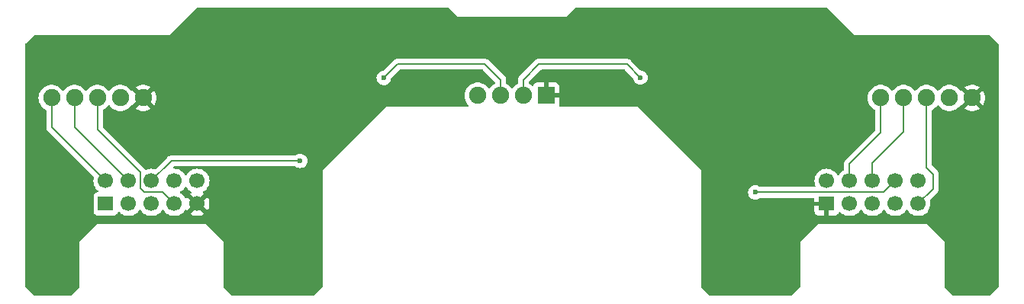
<source format=gtl>
G04 #@! TF.GenerationSoftware,KiCad,Pcbnew,8.0.7*
G04 #@! TF.CreationDate,2025-01-25T19:39:47+00:00*
G04 #@! TF.ProjectId,NB3_eyes,4e42335f-6579-4657-932e-6b696361645f,0.0.1*
G04 #@! TF.SameCoordinates,PX9d6ebcaPY67ee71d*
G04 #@! TF.FileFunction,Copper,L1,Top*
G04 #@! TF.FilePolarity,Positive*
%FSLAX46Y46*%
G04 Gerber Fmt 4.6, Leading zero omitted, Abs format (unit mm)*
G04 Created by KiCad (PCBNEW 8.0.7) date 2025-01-25 19:39:47*
%MOMM*%
%LPD*%
G01*
G04 APERTURE LIST*
G04 #@! TA.AperFunction,ComponentPad*
%ADD10R,1.900000X1.900000*%
G04 #@! TD*
G04 #@! TA.AperFunction,ComponentPad*
%ADD11C,1.900000*%
G04 #@! TD*
G04 #@! TA.AperFunction,ComponentPad*
%ADD12R,1.700000X1.574803*%
G04 #@! TD*
G04 #@! TA.AperFunction,ComponentPad*
%ADD13C,1.700000*%
G04 #@! TD*
G04 #@! TA.AperFunction,ViaPad*
%ADD14C,0.600000*%
G04 #@! TD*
G04 #@! TA.AperFunction,Conductor*
%ADD15C,0.200000*%
G04 #@! TD*
G04 APERTURE END LIST*
D10*
X3810021Y23261512D03*
D11*
X1270016Y23261512D03*
X-1269990Y23261512D03*
X-3809995Y23261512D03*
D12*
X34919990Y11229997D03*
D13*
X34919990Y13770003D03*
X37459995Y11229997D03*
X37459995Y13770003D03*
X40000000Y11229997D03*
X40000000Y13770003D03*
X42540005Y11229997D03*
X42540005Y13770003D03*
X45080010Y11229997D03*
X45080010Y13770003D03*
D12*
X-45080010Y11229997D03*
D13*
X-45080010Y13770003D03*
X-42540005Y11229997D03*
X-42540005Y13770003D03*
X-40000000Y11229997D03*
X-40000000Y13770003D03*
X-37459995Y11229997D03*
X-37459995Y13770003D03*
X-34919990Y11229997D03*
X-34919990Y13770003D03*
D11*
X51080010Y23000000D03*
X48540005Y23000000D03*
X46000000Y23000000D03*
X43459995Y23000000D03*
X40919990Y23000000D03*
X-51080010Y23000000D03*
X-48540005Y23000000D03*
X-46000000Y23000000D03*
X-43459995Y23000000D03*
X-40919990Y23000000D03*
D14*
X-23500000Y16000000D03*
X-14218750Y25218750D03*
X14250000Y25250000D03*
X27000000Y12500000D03*
D15*
X-1269990Y23261512D02*
X-1269990Y25019990D01*
X-1269990Y25019990D02*
X-3000000Y26750000D01*
X-3000000Y26750000D02*
X-12687500Y26750000D01*
X-12687500Y26750000D02*
X-14218750Y25218750D01*
X14250000Y25250000D02*
X12750000Y26750000D01*
X12750000Y26750000D02*
X3000000Y26750000D01*
X3000000Y26750000D02*
X1270016Y25020016D01*
X1270016Y25020016D02*
X1270016Y23261512D01*
X42540005Y13770003D02*
X41270002Y12500000D01*
X41270002Y12500000D02*
X27000000Y12500000D01*
X-23437500Y16000000D02*
X-23500000Y16000000D01*
X-23500000Y16000000D02*
X-37770003Y16000000D01*
X-37770003Y16000000D02*
X-40000000Y13770003D01*
X40919990Y23000000D02*
X40919990Y19169990D01*
X40919990Y19169990D02*
X37459995Y15709995D01*
X37459995Y15709995D02*
X37459995Y13770003D01*
X43459995Y19209995D02*
X40000000Y15750000D01*
X43459995Y23000000D02*
X43459995Y19209995D01*
X40000000Y15750000D02*
X40000000Y13770003D01*
X46000000Y23000000D02*
X46000000Y15250000D01*
X46000000Y15250000D02*
X46750000Y14500000D01*
X46750000Y14500000D02*
X46750000Y12899987D01*
X46750000Y12899987D02*
X45080010Y11229997D01*
X-46000000Y23000000D02*
X-46000000Y19500000D01*
X-41250000Y13000000D02*
X-40770002Y12520002D01*
X-46000000Y19500000D02*
X-41250000Y14750000D01*
X-41250000Y14750000D02*
X-41250000Y13000000D01*
X-40770002Y12520002D02*
X-38750000Y12520002D01*
X-38750000Y12520002D02*
X-37459995Y11229997D01*
X-48540005Y23000000D02*
X-48540005Y19770003D01*
X-48540005Y19770003D02*
X-42540005Y13770003D01*
X-51080010Y23000000D02*
X-51080010Y19770003D01*
X-51080010Y19770003D02*
X-45080010Y13770003D01*
G04 #@! TA.AperFunction,Conductor*
G36*
X-36105138Y13103461D02*
G01*
X-36088418Y13084165D01*
X-35958485Y12898602D01*
X-35791391Y12731508D01*
X-35648256Y12631284D01*
X-35605391Y12601269D01*
X-35561766Y12546692D01*
X-35554574Y12477193D01*
X-35586096Y12414839D01*
X-35605392Y12398119D01*
X-35681363Y12344925D01*
X-35681364Y12344924D01*
X-35090235Y11753796D01*
X-35132287Y11742527D01*
X-35257706Y11670117D01*
X-35360110Y11567713D01*
X-35432520Y11442294D01*
X-35443788Y11400242D01*
X-36034917Y11991371D01*
X-36034918Y11991370D01*
X-36088112Y11915399D01*
X-36142689Y11871774D01*
X-36212187Y11864580D01*
X-36274542Y11896103D01*
X-36291262Y11915399D01*
X-36421501Y12101400D01*
X-36588593Y12268491D01*
X-36588600Y12268496D01*
X-36774157Y12398425D01*
X-36817782Y12453002D01*
X-36824975Y12522500D01*
X-36793453Y12584855D01*
X-36774157Y12601575D01*
X-36731729Y12631284D01*
X-36588594Y12731508D01*
X-36421500Y12898602D01*
X-36291567Y13084167D01*
X-36236991Y13127790D01*
X-36167493Y13134984D01*
X-36105138Y13103461D01*
G37*
G04 #@! TD.AperFunction*
G04 #@! TA.AperFunction,Conductor*
G36*
X-6984323Y32980315D02*
G01*
X-6963681Y32963681D01*
X-6000000Y32000000D01*
X6000000Y32000000D01*
X6963681Y32963681D01*
X7025004Y32997166D01*
X7051362Y33000000D01*
X34948638Y33000000D01*
X35015677Y32980315D01*
X35036319Y32963681D01*
X38000000Y30000000D01*
X52948638Y30000000D01*
X53015677Y29980315D01*
X53036319Y29963681D01*
X53963681Y29036319D01*
X53997166Y28974996D01*
X54000000Y28948638D01*
X54000000Y2051362D01*
X53980315Y1984323D01*
X53963681Y1963681D01*
X53036319Y1036319D01*
X52974996Y1002834D01*
X52948638Y1000000D01*
X49051362Y1000000D01*
X48984323Y1019685D01*
X48963681Y1036319D01*
X48036319Y1963681D01*
X48002834Y2025004D01*
X48000000Y2051362D01*
X48000000Y7000000D01*
X46000000Y9000000D01*
X34000000Y9000000D01*
X33999999Y9000000D01*
X32000000Y7000001D01*
X32000000Y2051362D01*
X31980315Y1984323D01*
X31963681Y1963681D01*
X31036319Y1036319D01*
X30974996Y1002834D01*
X30948638Y1000000D01*
X22051362Y1000000D01*
X21984323Y1019685D01*
X21963681Y1036319D01*
X21036319Y1963681D01*
X21002834Y2025004D01*
X21000000Y2051362D01*
X21000000Y12500004D01*
X26194435Y12500004D01*
X26194435Y12499997D01*
X26214630Y12320751D01*
X26214631Y12320746D01*
X26274211Y12150477D01*
X26343954Y12039482D01*
X26370184Y11997738D01*
X26497738Y11870184D01*
X26588080Y11813418D01*
X26648426Y11775500D01*
X26650478Y11774211D01*
X26741026Y11742527D01*
X26820745Y11714632D01*
X26820750Y11714631D01*
X26999996Y11694435D01*
X27000000Y11694435D01*
X27000004Y11694435D01*
X27179249Y11714631D01*
X27179252Y11714632D01*
X27179255Y11714632D01*
X27349522Y11774211D01*
X27502262Y11870184D01*
X27502267Y11870190D01*
X27505097Y11872445D01*
X27507275Y11873335D01*
X27508158Y11873889D01*
X27508255Y11873735D01*
X27569783Y11898855D01*
X27582412Y11899500D01*
X33445990Y11899500D01*
X33513029Y11879815D01*
X33558784Y11827011D01*
X33569990Y11775500D01*
X33569990Y11479997D01*
X34429228Y11479997D01*
X34407460Y11442294D01*
X34369977Y11302408D01*
X34369977Y11157586D01*
X34407460Y11017700D01*
X34429228Y10979997D01*
X33569990Y10979997D01*
X33569990Y10394751D01*
X33576391Y10335223D01*
X33576393Y10335216D01*
X33626635Y10200509D01*
X33626639Y10200502D01*
X33712799Y10085408D01*
X33712802Y10085405D01*
X33827896Y9999245D01*
X33827903Y9999241D01*
X33962610Y9948999D01*
X33962617Y9948997D01*
X34022145Y9942596D01*
X34022162Y9942595D01*
X34669990Y9942595D01*
X34669990Y10739235D01*
X34707693Y10717467D01*
X34847579Y10679984D01*
X34992401Y10679984D01*
X35132287Y10717467D01*
X35169990Y10739235D01*
X35169990Y9942595D01*
X35817818Y9942595D01*
X35817834Y9942596D01*
X35877362Y9948997D01*
X35877369Y9948999D01*
X36012076Y9999241D01*
X36012083Y9999245D01*
X36127177Y10085405D01*
X36127180Y10085408D01*
X36213340Y10200502D01*
X36213345Y10200511D01*
X36245408Y10286476D01*
X36287279Y10342410D01*
X36352743Y10366828D01*
X36421016Y10351977D01*
X36449271Y10330825D01*
X36588594Y10191502D01*
X36685379Y10123732D01*
X36782160Y10055965D01*
X36782162Y10055964D01*
X36782165Y10055962D01*
X36996332Y9956094D01*
X36996338Y9956093D01*
X36996339Y9956092D01*
X37046708Y9942596D01*
X37224587Y9894934D01*
X37412913Y9878458D01*
X37459994Y9874338D01*
X37459995Y9874338D01*
X37459996Y9874338D01*
X37499229Y9877771D01*
X37695403Y9894934D01*
X37923658Y9956094D01*
X38137825Y10055962D01*
X38331396Y10191502D01*
X38498490Y10358596D01*
X38628423Y10544161D01*
X38682999Y10587784D01*
X38752497Y10594978D01*
X38814852Y10563455D01*
X38831572Y10544159D01*
X38961505Y10358596D01*
X39128599Y10191502D01*
X39225384Y10123732D01*
X39322165Y10055965D01*
X39322167Y10055964D01*
X39322170Y10055962D01*
X39536337Y9956094D01*
X39536343Y9956093D01*
X39536344Y9956092D01*
X39586713Y9942596D01*
X39764592Y9894934D01*
X39952918Y9878458D01*
X39999999Y9874338D01*
X40000000Y9874338D01*
X40000001Y9874338D01*
X40039234Y9877771D01*
X40235408Y9894934D01*
X40463663Y9956094D01*
X40677830Y10055962D01*
X40871401Y10191502D01*
X41038495Y10358596D01*
X41168428Y10544161D01*
X41223004Y10587784D01*
X41292502Y10594978D01*
X41354857Y10563455D01*
X41371577Y10544159D01*
X41501510Y10358596D01*
X41668604Y10191502D01*
X41765389Y10123732D01*
X41862170Y10055965D01*
X41862172Y10055964D01*
X41862175Y10055962D01*
X42076342Y9956094D01*
X42076348Y9956093D01*
X42076349Y9956092D01*
X42126718Y9942596D01*
X42304597Y9894934D01*
X42492923Y9878458D01*
X42540004Y9874338D01*
X42540005Y9874338D01*
X42540006Y9874338D01*
X42579239Y9877771D01*
X42775413Y9894934D01*
X43003668Y9956094D01*
X43217835Y10055962D01*
X43411406Y10191502D01*
X43578500Y10358596D01*
X43708433Y10544161D01*
X43763009Y10587784D01*
X43832507Y10594978D01*
X43894862Y10563455D01*
X43911582Y10544159D01*
X44041515Y10358596D01*
X44208609Y10191502D01*
X44305394Y10123732D01*
X44402175Y10055965D01*
X44402177Y10055964D01*
X44402180Y10055962D01*
X44616347Y9956094D01*
X44616353Y9956093D01*
X44616354Y9956092D01*
X44666723Y9942596D01*
X44844602Y9894934D01*
X45032928Y9878458D01*
X45080009Y9874338D01*
X45080010Y9874338D01*
X45080011Y9874338D01*
X45119244Y9877771D01*
X45315418Y9894934D01*
X45543673Y9956094D01*
X45757840Y10055962D01*
X45951411Y10191502D01*
X46118505Y10358596D01*
X46254045Y10552167D01*
X46353913Y10766334D01*
X46415073Y10994589D01*
X46435669Y11229997D01*
X46415073Y11465405D01*
X46380681Y11593758D01*
X46382344Y11663604D01*
X46412773Y11713527D01*
X47230520Y12531271D01*
X47309577Y12668203D01*
X47350501Y12820930D01*
X47350501Y12979045D01*
X47350501Y12986640D01*
X47350500Y12986658D01*
X47350500Y14579055D01*
X47350500Y14579057D01*
X47320053Y14692686D01*
X47309577Y14731785D01*
X47266259Y14806814D01*
X47230520Y14868716D01*
X47118716Y14980520D01*
X47118715Y14980521D01*
X47114385Y14984851D01*
X47114374Y14984861D01*
X46636819Y15462416D01*
X46603334Y15523739D01*
X46600500Y15550097D01*
X46600500Y21601805D01*
X46620185Y21668844D01*
X46665483Y21710860D01*
X46796067Y21781528D01*
X46796611Y21781951D01*
X46948922Y21900500D01*
X46985764Y21929175D01*
X47148571Y22106031D01*
X47166193Y22133004D01*
X47219336Y22178361D01*
X47288567Y22187786D01*
X47351904Y22158287D01*
X47373808Y22133010D01*
X47391434Y22106031D01*
X47554241Y21929175D01*
X47554244Y21929173D01*
X47554247Y21929170D01*
X47743929Y21781534D01*
X47743935Y21781530D01*
X47743938Y21781528D01*
X47874521Y21710860D01*
X47952159Y21668844D01*
X47955349Y21667118D01*
X47955352Y21667117D01*
X48182704Y21589067D01*
X48182706Y21589067D01*
X48182708Y21589066D01*
X48419813Y21549500D01*
X48419814Y21549500D01*
X48660196Y21549500D01*
X48660197Y21549500D01*
X48897302Y21589066D01*
X49124661Y21667118D01*
X49336072Y21781528D01*
X49336616Y21781951D01*
X49488927Y21900500D01*
X49525769Y21929175D01*
X49688576Y22106031D01*
X49706496Y22133461D01*
X49759641Y22178818D01*
X49828872Y22188243D01*
X49871354Y22168457D01*
X49892698Y22166243D01*
X50556211Y22829756D01*
X50567480Y22787703D01*
X50639890Y22662284D01*
X50742294Y22559880D01*
X50867713Y22487470D01*
X50909764Y22476203D01*
X50245582Y21812021D01*
X50284218Y21781949D01*
X50495554Y21667579D01*
X50495560Y21667577D01*
X50722833Y21589554D01*
X50959861Y21550000D01*
X51200159Y21550000D01*
X51437186Y21589554D01*
X51664459Y21667577D01*
X51664465Y21667579D01*
X51875804Y21781951D01*
X51875805Y21781952D01*
X51914436Y21812020D01*
X51914437Y21812021D01*
X51250255Y22476203D01*
X51292307Y22487470D01*
X51417726Y22559880D01*
X51520130Y22662284D01*
X51592540Y22787703D01*
X51603807Y22829756D01*
X52267320Y22166243D01*
X52359616Y22307510D01*
X52456144Y22527572D01*
X52515135Y22760524D01*
X52534979Y22999995D01*
X52534979Y23000006D01*
X52515135Y23239477D01*
X52456144Y23472429D01*
X52359618Y23692486D01*
X52267320Y23833759D01*
X51603807Y23170246D01*
X51592540Y23212297D01*
X51520130Y23337716D01*
X51417726Y23440120D01*
X51292307Y23512530D01*
X51250253Y23523799D01*
X51914436Y24187981D01*
X51914436Y24187983D01*
X51875811Y24218046D01*
X51875805Y24218050D01*
X51664465Y24332422D01*
X51664459Y24332424D01*
X51437186Y24410447D01*
X51200159Y24450000D01*
X50959861Y24450000D01*
X50722833Y24410447D01*
X50495560Y24332424D01*
X50495554Y24332422D01*
X50284219Y24218052D01*
X50245581Y24187981D01*
X50909764Y23523798D01*
X50867713Y23512530D01*
X50742294Y23440120D01*
X50639890Y23337716D01*
X50567480Y23212297D01*
X50556212Y23170245D01*
X49892698Y23833759D01*
X49873349Y23831752D01*
X49860961Y23821180D01*
X49791729Y23811760D01*
X49728395Y23841265D01*
X49706497Y23866539D01*
X49688577Y23893967D01*
X49688576Y23893969D01*
X49525769Y24070825D01*
X49525764Y24070829D01*
X49525762Y24070831D01*
X49336080Y24218467D01*
X49336074Y24218471D01*
X49124662Y24332882D01*
X49124657Y24332884D01*
X48897305Y24410934D01*
X48696542Y24444435D01*
X48660197Y24450500D01*
X48419813Y24450500D01*
X48383468Y24444435D01*
X48182704Y24410934D01*
X47955352Y24332884D01*
X47955347Y24332882D01*
X47743935Y24218471D01*
X47743929Y24218467D01*
X47554247Y24070831D01*
X47554244Y24070828D01*
X47391433Y23893969D01*
X47373810Y23866994D01*
X47320663Y23821638D01*
X47251431Y23812215D01*
X47188096Y23841718D01*
X47166194Y23866995D01*
X47148572Y23893967D01*
X47148571Y23893969D01*
X46985764Y24070825D01*
X46985759Y24070829D01*
X46985757Y24070831D01*
X46796075Y24218467D01*
X46796069Y24218471D01*
X46584657Y24332882D01*
X46584652Y24332884D01*
X46357300Y24410934D01*
X46156537Y24444435D01*
X46120192Y24450500D01*
X45879808Y24450500D01*
X45843463Y24444435D01*
X45642699Y24410934D01*
X45415347Y24332884D01*
X45415342Y24332882D01*
X45203930Y24218471D01*
X45203924Y24218467D01*
X45014242Y24070831D01*
X45014239Y24070828D01*
X44851428Y23893969D01*
X44833805Y23866994D01*
X44780658Y23821638D01*
X44711426Y23812215D01*
X44648091Y23841718D01*
X44626189Y23866995D01*
X44608567Y23893967D01*
X44608566Y23893969D01*
X44445759Y24070825D01*
X44445754Y24070829D01*
X44445752Y24070831D01*
X44256070Y24218467D01*
X44256064Y24218471D01*
X44044652Y24332882D01*
X44044647Y24332884D01*
X43817295Y24410934D01*
X43616532Y24444435D01*
X43580187Y24450500D01*
X43339803Y24450500D01*
X43303458Y24444435D01*
X43102694Y24410934D01*
X42875342Y24332884D01*
X42875337Y24332882D01*
X42663925Y24218471D01*
X42663919Y24218467D01*
X42474237Y24070831D01*
X42474234Y24070828D01*
X42311423Y23893969D01*
X42293800Y23866994D01*
X42240653Y23821638D01*
X42171421Y23812215D01*
X42108086Y23841718D01*
X42086184Y23866995D01*
X42068562Y23893967D01*
X42068561Y23893969D01*
X41905754Y24070825D01*
X41905749Y24070829D01*
X41905747Y24070831D01*
X41716065Y24218467D01*
X41716059Y24218471D01*
X41504647Y24332882D01*
X41504642Y24332884D01*
X41277290Y24410934D01*
X41076527Y24444435D01*
X41040182Y24450500D01*
X40799798Y24450500D01*
X40763453Y24444435D01*
X40562689Y24410934D01*
X40335337Y24332884D01*
X40335332Y24332882D01*
X40123920Y24218471D01*
X40123914Y24218467D01*
X39934232Y24070831D01*
X39934229Y24070828D01*
X39771420Y23893971D01*
X39771417Y23893967D01*
X39639941Y23692730D01*
X39543379Y23472590D01*
X39484369Y23239560D01*
X39464519Y23000006D01*
X39464519Y22999995D01*
X39484369Y22760441D01*
X39543379Y22527411D01*
X39639941Y22307271D01*
X39753798Y22133002D01*
X39771419Y22106031D01*
X39934226Y21929175D01*
X39934229Y21929173D01*
X39934232Y21929170D01*
X40123914Y21781534D01*
X40123925Y21781527D01*
X40254507Y21710860D01*
X40304098Y21661641D01*
X40319490Y21601805D01*
X40319490Y19470088D01*
X40299805Y19403049D01*
X40283171Y19382407D01*
X36979476Y16078713D01*
X36979470Y16078705D01*
X36934032Y16000002D01*
X36934032Y16000001D01*
X36900418Y15941781D01*
X36900418Y15941780D01*
X36859494Y15789052D01*
X36859494Y15789050D01*
X36859494Y15620949D01*
X36859495Y15620936D01*
X36859495Y15059095D01*
X36839810Y14992056D01*
X36787909Y14946717D01*
X36782168Y14944040D01*
X36782164Y14944038D01*
X36588592Y14808498D01*
X36421500Y14641406D01*
X36291567Y14455841D01*
X36236990Y14412216D01*
X36167492Y14405023D01*
X36105137Y14436545D01*
X36088417Y14455841D01*
X35958484Y14641406D01*
X35791392Y14808497D01*
X35791385Y14808502D01*
X35597824Y14944036D01*
X35597820Y14944038D01*
X35519580Y14980522D01*
X35383653Y15043906D01*
X35383649Y15043907D01*
X35383645Y15043909D01*
X35155403Y15105065D01*
X35155393Y15105067D01*
X34919991Y15125662D01*
X34919989Y15125662D01*
X34684586Y15105067D01*
X34684576Y15105065D01*
X34456334Y15043909D01*
X34456325Y15043905D01*
X34242161Y14944039D01*
X34242159Y14944038D01*
X34048587Y14808498D01*
X33881495Y14641406D01*
X33745955Y14447834D01*
X33745954Y14447832D01*
X33646088Y14233668D01*
X33646084Y14233659D01*
X33584928Y14005417D01*
X33584926Y14005407D01*
X33564331Y13770004D01*
X33564331Y13770003D01*
X33584926Y13534600D01*
X33584928Y13534590D01*
X33646084Y13306348D01*
X33646086Y13306344D01*
X33646087Y13306340D01*
X33659813Y13276905D01*
X33670305Y13207827D01*
X33641785Y13144043D01*
X33583309Y13105804D01*
X33547431Y13100500D01*
X27582412Y13100500D01*
X27515373Y13120185D01*
X27505097Y13127555D01*
X27502263Y13129815D01*
X27502262Y13129816D01*
X27445496Y13165485D01*
X27349523Y13225789D01*
X27179254Y13285369D01*
X27179249Y13285370D01*
X27000004Y13305565D01*
X26999996Y13305565D01*
X26820750Y13285370D01*
X26820745Y13285369D01*
X26650476Y13225789D01*
X26497737Y13129816D01*
X26370184Y13002263D01*
X26274211Y12849524D01*
X26214631Y12679255D01*
X26214630Y12679250D01*
X26194435Y12500004D01*
X21000000Y12500004D01*
X21000000Y15000000D01*
X14000000Y22000000D01*
X13577816Y22000000D01*
X13570187Y22000500D01*
X13565892Y22000500D01*
X5356261Y22000500D01*
X5289222Y22020185D01*
X5243467Y22072989D01*
X5233523Y22142147D01*
X5240079Y22167833D01*
X5253617Y22204133D01*
X5253619Y22204140D01*
X5260020Y22263668D01*
X5260021Y22263685D01*
X5260021Y23011512D01*
X4410037Y23011512D01*
X4435054Y23071910D01*
X4460034Y23197491D01*
X4460034Y23325533D01*
X4435054Y23451114D01*
X4410037Y23511512D01*
X5260021Y23511512D01*
X5260021Y24259340D01*
X5260020Y24259357D01*
X5253619Y24318885D01*
X5253617Y24318892D01*
X5203375Y24453599D01*
X5203371Y24453606D01*
X5117211Y24568700D01*
X5117208Y24568703D01*
X5002114Y24654863D01*
X5002107Y24654867D01*
X4867400Y24705109D01*
X4867393Y24705111D01*
X4807865Y24711512D01*
X4060021Y24711512D01*
X4060021Y23861528D01*
X3999623Y23886545D01*
X3874042Y23911525D01*
X3746000Y23911525D01*
X3620419Y23886545D01*
X3560021Y23861528D01*
X3560021Y24711512D01*
X2812176Y24711512D01*
X2752648Y24705111D01*
X2752641Y24705109D01*
X2617934Y24654867D01*
X2617927Y24654863D01*
X2502833Y24568703D01*
X2502830Y24568700D01*
X2416670Y24453606D01*
X2416666Y24453598D01*
X2404450Y24420847D01*
X2362577Y24364914D01*
X2297112Y24340499D01*
X2228840Y24355352D01*
X2212107Y24366330D01*
X2066091Y24479979D01*
X2066076Y24479989D01*
X1935498Y24550655D01*
X1885907Y24599874D01*
X1870516Y24659709D01*
X1870516Y24719919D01*
X1890201Y24786958D01*
X1906835Y24807600D01*
X3212416Y26113181D01*
X3273739Y26146666D01*
X3300097Y26149500D01*
X12449903Y26149500D01*
X12516942Y26129815D01*
X12537584Y26113181D01*
X13419298Y25231467D01*
X13452783Y25170144D01*
X13454837Y25157670D01*
X13464630Y25070751D01*
X13524210Y24900479D01*
X13595540Y24786958D01*
X13620184Y24747738D01*
X13747738Y24620184D01*
X13900478Y24524211D01*
X14026886Y24479979D01*
X14070745Y24464632D01*
X14070750Y24464631D01*
X14249996Y24444435D01*
X14250000Y24444435D01*
X14250004Y24444435D01*
X14429249Y24464631D01*
X14429252Y24464632D01*
X14429255Y24464632D01*
X14599522Y24524211D01*
X14752262Y24620184D01*
X14879816Y24747738D01*
X14975789Y24900478D01*
X15035368Y25070745D01*
X15046499Y25169535D01*
X15055565Y25249997D01*
X15055565Y25250004D01*
X15035369Y25429250D01*
X15035368Y25429255D01*
X14975788Y25599524D01*
X14936582Y25661920D01*
X14879816Y25752262D01*
X14752262Y25879816D01*
X14649256Y25944539D01*
X14599521Y25975790D01*
X14429249Y26035370D01*
X14342330Y26045163D01*
X14277916Y26072230D01*
X14268533Y26080702D01*
X13237590Y27111645D01*
X13237588Y27111648D01*
X13118717Y27230519D01*
X13118716Y27230520D01*
X13031904Y27280640D01*
X13031904Y27280641D01*
X13031900Y27280642D01*
X12981785Y27309577D01*
X12829057Y27350501D01*
X12670943Y27350501D01*
X12663347Y27350501D01*
X12663331Y27350500D01*
X3086669Y27350500D01*
X3086653Y27350501D01*
X3079057Y27350501D01*
X2920943Y27350501D01*
X2813587Y27321735D01*
X2768210Y27309576D01*
X2768209Y27309575D01*
X2718096Y27280641D01*
X2718095Y27280640D01*
X2674689Y27255580D01*
X2631285Y27230521D01*
X2631282Y27230519D01*
X789497Y25388734D01*
X789495Y25388731D01*
X755045Y25329060D01*
X755044Y25329058D01*
X710439Y25251802D01*
X704990Y25231467D01*
X669515Y25099073D01*
X669515Y25099071D01*
X669515Y24930970D01*
X669516Y24930957D01*
X669516Y24659709D01*
X649831Y24592670D01*
X604534Y24550655D01*
X473955Y24479989D01*
X473940Y24479979D01*
X284258Y24332343D01*
X284255Y24332340D01*
X284252Y24332338D01*
X284252Y24332337D01*
X121445Y24155481D01*
X103821Y24128505D01*
X50674Y24083149D01*
X-18558Y24073726D01*
X-81893Y24103229D01*
X-103795Y24128505D01*
X-121419Y24155481D01*
X-284226Y24332337D01*
X-284231Y24332341D01*
X-284233Y24332343D01*
X-473915Y24479979D01*
X-473930Y24479989D01*
X-604508Y24550655D01*
X-654099Y24599874D01*
X-669490Y24659709D01*
X-669490Y24930930D01*
X-669489Y24930943D01*
X-669489Y25099046D01*
X-669489Y25099047D01*
X-710413Y25251774D01*
X-710429Y25251802D01*
X-789466Y25388700D01*
X-789472Y25388708D01*
X-2512410Y27111645D01*
X-2512412Y27111648D01*
X-2631283Y27230519D01*
X-2631284Y27230520D01*
X-2718096Y27280640D01*
X-2718096Y27280641D01*
X-2718100Y27280642D01*
X-2768215Y27309577D01*
X-2920943Y27350501D01*
X-3079057Y27350501D01*
X-3086653Y27350501D01*
X-3086669Y27350500D01*
X-12600830Y27350500D01*
X-12600846Y27350501D01*
X-12608442Y27350501D01*
X-12766557Y27350501D01*
X-12842921Y27330039D01*
X-12919286Y27309577D01*
X-12919291Y27309574D01*
X-13056210Y27230525D01*
X-13056218Y27230519D01*
X-14237285Y26049452D01*
X-14298608Y26015967D01*
X-14311082Y26013913D01*
X-14398000Y26004120D01*
X-14568272Y25944540D01*
X-14721013Y25848566D01*
X-14848566Y25721013D01*
X-14944539Y25568274D01*
X-15004119Y25398005D01*
X-15004120Y25398000D01*
X-15024315Y25218754D01*
X-15024315Y25218747D01*
X-15004120Y25039501D01*
X-15004119Y25039496D01*
X-14944539Y24869227D01*
X-14868202Y24747738D01*
X-14848566Y24716488D01*
X-14721012Y24588934D01*
X-14568272Y24492961D01*
X-14429593Y24444435D01*
X-14398005Y24433382D01*
X-14398000Y24433381D01*
X-14218754Y24413185D01*
X-14218750Y24413185D01*
X-14218746Y24413185D01*
X-14039501Y24433381D01*
X-14039498Y24433382D01*
X-14039495Y24433382D01*
X-13869228Y24492961D01*
X-13716488Y24588934D01*
X-13588934Y24716488D01*
X-13492961Y24869228D01*
X-13433382Y25039495D01*
X-13423589Y25126421D01*
X-13396524Y25190832D01*
X-13388060Y25200207D01*
X-12475083Y26113181D01*
X-12413760Y26146666D01*
X-12387402Y26149500D01*
X-3300097Y26149500D01*
X-3233058Y26129815D01*
X-3212416Y26113181D01*
X-1906809Y24807574D01*
X-1873324Y24746251D01*
X-1870490Y24719893D01*
X-1870490Y24659709D01*
X-1890175Y24592670D01*
X-1935472Y24550655D01*
X-2066051Y24479989D01*
X-2066066Y24479979D01*
X-2255748Y24332343D01*
X-2255751Y24332340D01*
X-2418562Y24155481D01*
X-2436185Y24128506D01*
X-2489332Y24083150D01*
X-2558564Y24073727D01*
X-2621899Y24103230D01*
X-2643801Y24128507D01*
X-2661423Y24155479D01*
X-2661424Y24155481D01*
X-2824231Y24332337D01*
X-2824236Y24332341D01*
X-2824238Y24332343D01*
X-3013920Y24479979D01*
X-3013926Y24479983D01*
X-3225338Y24594394D01*
X-3225343Y24594396D01*
X-3452695Y24672446D01*
X-3648448Y24705111D01*
X-3689803Y24712012D01*
X-3930187Y24712012D01*
X-3971542Y24705111D01*
X-4167296Y24672446D01*
X-4394648Y24594396D01*
X-4394653Y24594394D01*
X-4606065Y24479983D01*
X-4606071Y24479979D01*
X-4795753Y24332343D01*
X-4795756Y24332340D01*
X-4958565Y24155483D01*
X-4958568Y24155479D01*
X-5090044Y23954242D01*
X-5186606Y23734102D01*
X-5245616Y23501072D01*
X-5265466Y23261518D01*
X-5265466Y23261512D01*
X-5245616Y23021953D01*
X-5186606Y22788923D01*
X-5090044Y22568783D01*
X-4976190Y22394518D01*
X-4958566Y22367543D01*
X-4862943Y22263668D01*
X-4812141Y22208483D01*
X-4781219Y22145828D01*
X-4789079Y22076402D01*
X-4833226Y22022247D01*
X-4899644Y22000556D01*
X-4903371Y22000500D01*
X-13570188Y22000500D01*
X-13577817Y22000000D01*
X-14000001Y22000000D01*
X-21000000Y15000001D01*
X-21000000Y2051362D01*
X-21019685Y1984323D01*
X-21036319Y1963681D01*
X-21963681Y1036319D01*
X-22025004Y1002834D01*
X-22051362Y1000000D01*
X-30948638Y1000000D01*
X-31015677Y1019685D01*
X-31036319Y1036319D01*
X-31963681Y1963681D01*
X-31997166Y2025004D01*
X-32000000Y2051362D01*
X-32000000Y7000000D01*
X-34000000Y9000000D01*
X-46000000Y9000000D01*
X-46000001Y9000000D01*
X-48000000Y7000001D01*
X-48000000Y2051362D01*
X-48019685Y1984323D01*
X-48036319Y1963681D01*
X-48963681Y1036319D01*
X-49025004Y1002834D01*
X-49051362Y1000000D01*
X-52948638Y1000000D01*
X-53015677Y1019685D01*
X-53036319Y1036319D01*
X-53963681Y1963681D01*
X-53997166Y2025004D01*
X-54000000Y2051362D01*
X-54000000Y23000006D01*
X-52535481Y23000006D01*
X-52535481Y22999995D01*
X-52515631Y22760441D01*
X-52456621Y22527411D01*
X-52360059Y22307271D01*
X-52246202Y22133002D01*
X-52228581Y22106031D01*
X-52065774Y21929175D01*
X-52065771Y21929173D01*
X-52065768Y21929170D01*
X-51876086Y21781534D01*
X-51876075Y21781527D01*
X-51745493Y21710860D01*
X-51695902Y21661641D01*
X-51680510Y21601805D01*
X-51680510Y19856673D01*
X-51680511Y19856655D01*
X-51680511Y19690949D01*
X-51680512Y19690949D01*
X-51680511Y19690946D01*
X-51639587Y19538218D01*
X-51623349Y19510093D01*
X-51610652Y19488103D01*
X-51610651Y19488099D01*
X-51610650Y19488099D01*
X-51560531Y19401289D01*
X-51560529Y19401286D01*
X-51441661Y19282418D01*
X-51441655Y19282413D01*
X-46412777Y14253535D01*
X-46379292Y14192212D01*
X-46380683Y14133762D01*
X-46415071Y14005420D01*
X-46415074Y14005407D01*
X-46435669Y13770004D01*
X-46435669Y13770003D01*
X-46415074Y13534600D01*
X-46415072Y13534590D01*
X-46353916Y13306348D01*
X-46353914Y13306344D01*
X-46353913Y13306340D01*
X-46267107Y13120185D01*
X-46254045Y13092173D01*
X-46254043Y13092169D01*
X-46191089Y13002262D01*
X-46118509Y12898607D01*
X-46118504Y12898601D01*
X-45947583Y12727680D01*
X-45948457Y12726807D01*
X-45913102Y12673667D01*
X-45911994Y12603806D01*
X-45948831Y12544436D01*
X-46011918Y12514407D01*
X-46018252Y12513560D01*
X-46037491Y12511492D01*
X-46172339Y12461197D01*
X-46172346Y12461193D01*
X-46287555Y12374947D01*
X-46287558Y12374944D01*
X-46373804Y12259735D01*
X-46373808Y12259728D01*
X-46424102Y12124882D01*
X-46430509Y12065283D01*
X-46430510Y12065264D01*
X-46430510Y10394725D01*
X-46430509Y10394719D01*
X-46424102Y10335112D01*
X-46373808Y10200267D01*
X-46373804Y10200260D01*
X-46287558Y10085051D01*
X-46287555Y10085048D01*
X-46172346Y9998802D01*
X-46172339Y9998798D01*
X-46037493Y9948504D01*
X-46037494Y9948504D01*
X-46030566Y9947760D01*
X-45977883Y9942095D01*
X-44182138Y9942096D01*
X-44122527Y9948504D01*
X-43987679Y9998799D01*
X-43872464Y10085049D01*
X-43786214Y10200264D01*
X-43786122Y10200509D01*
X-43754204Y10286088D01*
X-43712334Y10342022D01*
X-43646870Y10366440D01*
X-43578597Y10351589D01*
X-43550341Y10330437D01*
X-43411406Y10191502D01*
X-43314621Y10123732D01*
X-43217840Y10055965D01*
X-43217838Y10055964D01*
X-43217835Y10055962D01*
X-43003668Y9956094D01*
X-43003662Y9956093D01*
X-43003661Y9956092D01*
X-42953292Y9942596D01*
X-42775413Y9894934D01*
X-42587087Y9878458D01*
X-42540006Y9874338D01*
X-42540005Y9874338D01*
X-42540004Y9874338D01*
X-42500771Y9877771D01*
X-42304597Y9894934D01*
X-42076342Y9956094D01*
X-41862175Y10055962D01*
X-41668604Y10191502D01*
X-41501510Y10358596D01*
X-41371577Y10544161D01*
X-41317001Y10587784D01*
X-41247503Y10594978D01*
X-41185148Y10563455D01*
X-41168428Y10544159D01*
X-41038495Y10358596D01*
X-40871401Y10191502D01*
X-40774616Y10123732D01*
X-40677835Y10055965D01*
X-40677833Y10055964D01*
X-40677830Y10055962D01*
X-40463663Y9956094D01*
X-40463657Y9956093D01*
X-40463656Y9956092D01*
X-40413287Y9942596D01*
X-40235408Y9894934D01*
X-40047082Y9878458D01*
X-40000001Y9874338D01*
X-40000000Y9874338D01*
X-39999999Y9874338D01*
X-39960766Y9877771D01*
X-39764592Y9894934D01*
X-39536337Y9956094D01*
X-39322170Y10055962D01*
X-39128599Y10191502D01*
X-38961505Y10358596D01*
X-38831572Y10544161D01*
X-38776996Y10587784D01*
X-38707498Y10594978D01*
X-38645143Y10563455D01*
X-38628423Y10544159D01*
X-38498490Y10358596D01*
X-38331396Y10191502D01*
X-38234611Y10123732D01*
X-38137830Y10055965D01*
X-38137828Y10055964D01*
X-38137825Y10055962D01*
X-37923658Y9956094D01*
X-37923652Y9956093D01*
X-37923651Y9956092D01*
X-37873282Y9942596D01*
X-37695403Y9894934D01*
X-37507077Y9878458D01*
X-37459996Y9874338D01*
X-37459995Y9874338D01*
X-37459994Y9874338D01*
X-37420761Y9877771D01*
X-37224587Y9894934D01*
X-36996332Y9956094D01*
X-36782165Y10055962D01*
X-36588594Y10191502D01*
X-36421500Y10358596D01*
X-36291261Y10544597D01*
X-36236686Y10588220D01*
X-36167188Y10595414D01*
X-36104833Y10563891D01*
X-36088114Y10544596D01*
X-36034918Y10468625D01*
X-36034917Y10468625D01*
X-35443789Y11059753D01*
X-35432520Y11017700D01*
X-35360110Y10892281D01*
X-35257706Y10789877D01*
X-35132287Y10717467D01*
X-35090235Y10706199D01*
X-35681364Y10115071D01*
X-35597573Y10056399D01*
X-35597569Y10056397D01*
X-35383483Y9956568D01*
X-35383474Y9956564D01*
X-35155317Y9895430D01*
X-35155306Y9895428D01*
X-34919992Y9874840D01*
X-34919988Y9874840D01*
X-34684675Y9895428D01*
X-34684664Y9895430D01*
X-34456507Y9956564D01*
X-34456498Y9956568D01*
X-34242410Y10056398D01*
X-34158619Y10115072D01*
X-34749746Y10706199D01*
X-34707693Y10717467D01*
X-34582274Y10789877D01*
X-34479870Y10892281D01*
X-34407460Y11017700D01*
X-34396192Y11059753D01*
X-33805065Y10468626D01*
X-33746391Y10552417D01*
X-33646561Y10766505D01*
X-33646557Y10766514D01*
X-33585423Y10994671D01*
X-33585421Y10994682D01*
X-33564833Y11229997D01*
X-33564833Y11229999D01*
X-33585421Y11465313D01*
X-33585423Y11465324D01*
X-33646557Y11693481D01*
X-33646561Y11693490D01*
X-33746389Y11907573D01*
X-33805065Y11991371D01*
X-34396193Y11400243D01*
X-34407460Y11442294D01*
X-34479870Y11567713D01*
X-34582274Y11670117D01*
X-34707693Y11742527D01*
X-34749746Y11753796D01*
X-34158618Y12344924D01*
X-34234590Y12398120D01*
X-34278215Y12452697D01*
X-34285407Y12522196D01*
X-34253885Y12584550D01*
X-34234594Y12601267D01*
X-34048589Y12731508D01*
X-33881495Y12898602D01*
X-33745955Y13092173D01*
X-33646087Y13306340D01*
X-33584927Y13534595D01*
X-33564331Y13770003D01*
X-33584927Y14005411D01*
X-33646087Y14233666D01*
X-33745955Y14447832D01*
X-33881495Y14641404D01*
X-33881496Y14641406D01*
X-34048588Y14808497D01*
X-34048595Y14808502D01*
X-34242156Y14944036D01*
X-34242160Y14944038D01*
X-34320400Y14980522D01*
X-34456327Y15043906D01*
X-34456331Y15043907D01*
X-34456335Y15043909D01*
X-34684577Y15105065D01*
X-34684587Y15105067D01*
X-34919989Y15125662D01*
X-34919991Y15125662D01*
X-35155394Y15105067D01*
X-35155404Y15105065D01*
X-35383646Y15043909D01*
X-35383655Y15043905D01*
X-35597819Y14944039D01*
X-35597821Y14944038D01*
X-35791393Y14808498D01*
X-35958485Y14641406D01*
X-36088418Y14455841D01*
X-36142995Y14412216D01*
X-36212493Y14405023D01*
X-36274848Y14436545D01*
X-36291568Y14455841D01*
X-36421501Y14641406D01*
X-36588593Y14808497D01*
X-36588600Y14808502D01*
X-36782161Y14944036D01*
X-36782165Y14944038D01*
X-36860405Y14980522D01*
X-36996332Y15043906D01*
X-36996336Y15043907D01*
X-36996340Y15043909D01*
X-37224582Y15105065D01*
X-37224592Y15105067D01*
X-37459994Y15125662D01*
X-37459999Y15125662D01*
X-37487847Y15123226D01*
X-37556347Y15136993D01*
X-37606529Y15185609D01*
X-37622462Y15253638D01*
X-37599086Y15319482D01*
X-37586344Y15334425D01*
X-37557585Y15363185D01*
X-37496262Y15396667D01*
X-37469906Y15399500D01*
X-24082412Y15399500D01*
X-24015373Y15379815D01*
X-24005097Y15372445D01*
X-24002264Y15370186D01*
X-24002262Y15370184D01*
X-23849522Y15274211D01*
X-23731842Y15233033D01*
X-23679255Y15214632D01*
X-23679250Y15214631D01*
X-23500004Y15194435D01*
X-23500000Y15194435D01*
X-23499996Y15194435D01*
X-23320751Y15214631D01*
X-23320748Y15214632D01*
X-23320745Y15214632D01*
X-23150478Y15274211D01*
X-22997738Y15370184D01*
X-22870184Y15497738D01*
X-22774211Y15650478D01*
X-22714632Y15820745D01*
X-22714631Y15820751D01*
X-22694435Y15999997D01*
X-22694435Y16000004D01*
X-22714631Y16179250D01*
X-22714632Y16179255D01*
X-22774212Y16349524D01*
X-22870185Y16502263D01*
X-22997738Y16629816D01*
X-23150477Y16725789D01*
X-23320746Y16785369D01*
X-23320751Y16785370D01*
X-23499996Y16805565D01*
X-23500004Y16805565D01*
X-23679250Y16785370D01*
X-23679255Y16785369D01*
X-23849524Y16725789D01*
X-24002264Y16629815D01*
X-24005097Y16627555D01*
X-24007276Y16626666D01*
X-24008158Y16626111D01*
X-24008256Y16626266D01*
X-24069783Y16601145D01*
X-24082412Y16600500D01*
X-37683334Y16600500D01*
X-37683350Y16600501D01*
X-37690946Y16600501D01*
X-37849060Y16600501D01*
X-37956416Y16571735D01*
X-38001793Y16559576D01*
X-38001794Y16559575D01*
X-38036937Y16539284D01*
X-38036939Y16539283D01*
X-38138713Y16480525D01*
X-38138721Y16480519D01*
X-38250525Y16368714D01*
X-39516470Y15102770D01*
X-39577793Y15069285D01*
X-39636244Y15070676D01*
X-39764587Y15105065D01*
X-39764597Y15105067D01*
X-39999999Y15125662D01*
X-40000001Y15125662D01*
X-40235404Y15105067D01*
X-40235414Y15105065D01*
X-40463656Y15043909D01*
X-40463670Y15043904D01*
X-40567603Y14995439D01*
X-40636680Y14984947D01*
X-40700464Y15013467D01*
X-40727394Y15045821D01*
X-40769478Y15118713D01*
X-40769479Y15118714D01*
X-40769480Y15118716D01*
X-40881284Y15230520D01*
X-40881285Y15230521D01*
X-40885615Y15234851D01*
X-40885626Y15234861D01*
X-45363181Y19712416D01*
X-45396666Y19773739D01*
X-45399500Y19800097D01*
X-45399500Y21601805D01*
X-45379815Y21668844D01*
X-45334517Y21710860D01*
X-45203933Y21781528D01*
X-45203389Y21781951D01*
X-45051078Y21900500D01*
X-45014236Y21929175D01*
X-44851429Y22106031D01*
X-44833807Y22133004D01*
X-44780664Y22178361D01*
X-44711433Y22187786D01*
X-44648096Y22158287D01*
X-44626192Y22133010D01*
X-44608566Y22106031D01*
X-44445759Y21929175D01*
X-44445756Y21929173D01*
X-44445753Y21929170D01*
X-44256071Y21781534D01*
X-44256065Y21781530D01*
X-44256062Y21781528D01*
X-44125479Y21710860D01*
X-44047841Y21668844D01*
X-44044651Y21667118D01*
X-44044648Y21667117D01*
X-43817296Y21589067D01*
X-43817294Y21589067D01*
X-43817292Y21589066D01*
X-43580187Y21549500D01*
X-43580186Y21549500D01*
X-43339804Y21549500D01*
X-43339803Y21549500D01*
X-43102698Y21589066D01*
X-42875339Y21667118D01*
X-42663928Y21781528D01*
X-42663384Y21781951D01*
X-42511073Y21900500D01*
X-42474231Y21929175D01*
X-42311424Y22106031D01*
X-42293504Y22133461D01*
X-42240359Y22178818D01*
X-42171128Y22188243D01*
X-42128646Y22168457D01*
X-42107302Y22166243D01*
X-41443789Y22829756D01*
X-41432520Y22787703D01*
X-41360110Y22662284D01*
X-41257706Y22559880D01*
X-41132287Y22487470D01*
X-41090236Y22476203D01*
X-41754418Y21812021D01*
X-41715782Y21781949D01*
X-41504446Y21667579D01*
X-41504440Y21667577D01*
X-41277167Y21589554D01*
X-41040139Y21550000D01*
X-40799841Y21550000D01*
X-40562814Y21589554D01*
X-40335541Y21667577D01*
X-40335535Y21667579D01*
X-40124196Y21781951D01*
X-40124195Y21781952D01*
X-40085564Y21812020D01*
X-40085563Y21812021D01*
X-40749745Y22476203D01*
X-40707693Y22487470D01*
X-40582274Y22559880D01*
X-40479870Y22662284D01*
X-40407460Y22787703D01*
X-40396193Y22829756D01*
X-39732680Y22166243D01*
X-39640384Y22307510D01*
X-39543856Y22527572D01*
X-39484865Y22760524D01*
X-39465021Y22999995D01*
X-39465021Y23000006D01*
X-39484865Y23239477D01*
X-39543856Y23472429D01*
X-39640382Y23692486D01*
X-39732680Y23833759D01*
X-40396193Y23170246D01*
X-40407460Y23212297D01*
X-40479870Y23337716D01*
X-40582274Y23440120D01*
X-40707693Y23512530D01*
X-40749747Y23523799D01*
X-40085564Y24187981D01*
X-40085564Y24187983D01*
X-40124189Y24218046D01*
X-40124195Y24218050D01*
X-40335535Y24332422D01*
X-40335541Y24332424D01*
X-40562814Y24410447D01*
X-40799841Y24450000D01*
X-41040139Y24450000D01*
X-41277167Y24410447D01*
X-41504440Y24332424D01*
X-41504446Y24332422D01*
X-41715781Y24218052D01*
X-41754419Y24187981D01*
X-41090236Y23523798D01*
X-41132287Y23512530D01*
X-41257706Y23440120D01*
X-41360110Y23337716D01*
X-41432520Y23212297D01*
X-41443788Y23170245D01*
X-42107302Y23833759D01*
X-42126651Y23831752D01*
X-42139039Y23821180D01*
X-42208271Y23811760D01*
X-42271605Y23841265D01*
X-42293503Y23866539D01*
X-42311423Y23893967D01*
X-42311424Y23893969D01*
X-42474231Y24070825D01*
X-42474236Y24070829D01*
X-42474238Y24070831D01*
X-42663920Y24218467D01*
X-42663926Y24218471D01*
X-42875338Y24332882D01*
X-42875343Y24332884D01*
X-43102695Y24410934D01*
X-43303458Y24444435D01*
X-43339803Y24450500D01*
X-43580187Y24450500D01*
X-43616532Y24444435D01*
X-43817296Y24410934D01*
X-44044648Y24332884D01*
X-44044653Y24332882D01*
X-44256065Y24218471D01*
X-44256071Y24218467D01*
X-44445753Y24070831D01*
X-44445756Y24070828D01*
X-44608567Y23893969D01*
X-44626190Y23866994D01*
X-44679337Y23821638D01*
X-44748569Y23812215D01*
X-44811904Y23841718D01*
X-44833806Y23866995D01*
X-44851428Y23893967D01*
X-44851429Y23893969D01*
X-45014236Y24070825D01*
X-45014241Y24070829D01*
X-45014243Y24070831D01*
X-45203925Y24218467D01*
X-45203931Y24218471D01*
X-45415343Y24332882D01*
X-45415348Y24332884D01*
X-45642700Y24410934D01*
X-45843463Y24444435D01*
X-45879808Y24450500D01*
X-46120192Y24450500D01*
X-46156537Y24444435D01*
X-46357301Y24410934D01*
X-46584653Y24332884D01*
X-46584658Y24332882D01*
X-46796070Y24218471D01*
X-46796076Y24218467D01*
X-46985758Y24070831D01*
X-46985761Y24070828D01*
X-47148572Y23893969D01*
X-47166195Y23866994D01*
X-47219342Y23821638D01*
X-47288574Y23812215D01*
X-47351909Y23841718D01*
X-47373811Y23866995D01*
X-47391433Y23893967D01*
X-47391434Y23893969D01*
X-47554241Y24070825D01*
X-47554246Y24070829D01*
X-47554248Y24070831D01*
X-47743930Y24218467D01*
X-47743936Y24218471D01*
X-47955348Y24332882D01*
X-47955353Y24332884D01*
X-48182705Y24410934D01*
X-48383468Y24444435D01*
X-48419813Y24450500D01*
X-48660197Y24450500D01*
X-48696542Y24444435D01*
X-48897306Y24410934D01*
X-49124658Y24332884D01*
X-49124663Y24332882D01*
X-49336075Y24218471D01*
X-49336081Y24218467D01*
X-49525763Y24070831D01*
X-49525766Y24070828D01*
X-49688577Y23893969D01*
X-49706200Y23866994D01*
X-49759347Y23821638D01*
X-49828579Y23812215D01*
X-49891914Y23841718D01*
X-49913816Y23866995D01*
X-49931438Y23893967D01*
X-49931439Y23893969D01*
X-50094246Y24070825D01*
X-50094251Y24070829D01*
X-50094253Y24070831D01*
X-50283935Y24218467D01*
X-50283941Y24218471D01*
X-50495353Y24332882D01*
X-50495358Y24332884D01*
X-50722710Y24410934D01*
X-50923473Y24444435D01*
X-50959818Y24450500D01*
X-51200202Y24450500D01*
X-51236547Y24444435D01*
X-51437311Y24410934D01*
X-51664663Y24332884D01*
X-51664668Y24332882D01*
X-51876080Y24218471D01*
X-51876086Y24218467D01*
X-52065768Y24070831D01*
X-52065771Y24070828D01*
X-52228580Y23893971D01*
X-52228583Y23893967D01*
X-52360059Y23692730D01*
X-52456621Y23472590D01*
X-52515631Y23239560D01*
X-52535481Y23000006D01*
X-54000000Y23000006D01*
X-54000000Y28948638D01*
X-53980315Y29015677D01*
X-53963681Y29036319D01*
X-53036319Y29963681D01*
X-52974996Y29997166D01*
X-52948638Y30000000D01*
X-38000000Y30000000D01*
X-35036319Y32963681D01*
X-34974996Y32997166D01*
X-34948638Y33000000D01*
X-7051362Y33000000D01*
X-6984323Y32980315D01*
G37*
G04 #@! TD.AperFunction*
M02*

</source>
